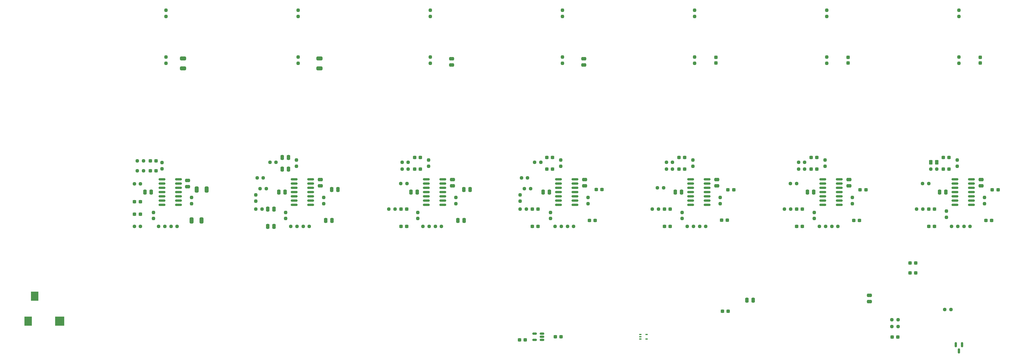
<source format=gtp>
%TF.GenerationSoftware,KiCad,Pcbnew,(6.0.4)*%
%TF.CreationDate,2023-08-04T00:29:49-04:00*%
%TF.ProjectId,Music_Visualizer,4d757369-635f-4566-9973-75616c697a65,rev?*%
%TF.SameCoordinates,Original*%
%TF.FileFunction,Paste,Top*%
%TF.FilePolarity,Positive*%
%FSLAX46Y46*%
G04 Gerber Fmt 4.6, Leading zero omitted, Abs format (unit mm)*
G04 Created by KiCad (PCBNEW (6.0.4)) date 2023-08-04 00:29:49*
%MOMM*%
%LPD*%
G01*
G04 APERTURE LIST*
G04 Aperture macros list*
%AMRoundRect*
0 Rectangle with rounded corners*
0 $1 Rounding radius*
0 $2 $3 $4 $5 $6 $7 $8 $9 X,Y pos of 4 corners*
0 Add a 4 corners polygon primitive as box body*
4,1,4,$2,$3,$4,$5,$6,$7,$8,$9,$2,$3,0*
0 Add four circle primitives for the rounded corners*
1,1,$1+$1,$2,$3*
1,1,$1+$1,$4,$5*
1,1,$1+$1,$6,$7*
1,1,$1+$1,$8,$9*
0 Add four rect primitives between the rounded corners*
20,1,$1+$1,$2,$3,$4,$5,0*
20,1,$1+$1,$4,$5,$6,$7,0*
20,1,$1+$1,$6,$7,$8,$9,0*
20,1,$1+$1,$8,$9,$2,$3,0*%
G04 Aperture macros list end*
%ADD10RoundRect,0.237500X-0.250000X-0.237500X0.250000X-0.237500X0.250000X0.237500X-0.250000X0.237500X0*%
%ADD11RoundRect,0.237500X-0.237500X0.250000X-0.237500X-0.250000X0.237500X-0.250000X0.237500X0.250000X0*%
%ADD12RoundRect,0.237500X0.237500X-0.250000X0.237500X0.250000X-0.237500X0.250000X-0.237500X-0.250000X0*%
%ADD13RoundRect,0.250000X-0.250000X-0.475000X0.250000X-0.475000X0.250000X0.475000X-0.250000X0.475000X0*%
%ADD14RoundRect,0.237500X0.300000X0.237500X-0.300000X0.237500X-0.300000X-0.237500X0.300000X-0.237500X0*%
%ADD15RoundRect,0.237500X-0.300000X-0.237500X0.300000X-0.237500X0.300000X0.237500X-0.300000X0.237500X0*%
%ADD16RoundRect,0.237500X0.250000X0.237500X-0.250000X0.237500X-0.250000X-0.237500X0.250000X-0.237500X0*%
%ADD17RoundRect,0.250000X0.475000X-0.250000X0.475000X0.250000X-0.475000X0.250000X-0.475000X-0.250000X0*%
%ADD18R,2.200000X2.800000*%
%ADD19R,2.800000X2.800000*%
%ADD20RoundRect,0.250000X0.250000X0.475000X-0.250000X0.475000X-0.250000X-0.475000X0.250000X-0.475000X0*%
%ADD21R,0.650000X0.400000*%
%ADD22RoundRect,0.237500X0.237500X-0.300000X0.237500X0.300000X-0.237500X0.300000X-0.237500X-0.300000X0*%
%ADD23RoundRect,0.150000X-0.825000X-0.150000X0.825000X-0.150000X0.825000X0.150000X-0.825000X0.150000X0*%
%ADD24RoundRect,0.250000X-0.475000X0.250000X-0.475000X-0.250000X0.475000X-0.250000X0.475000X0.250000X0*%
%ADD25RoundRect,0.250000X0.325000X0.650000X-0.325000X0.650000X-0.325000X-0.650000X0.325000X-0.650000X0*%
%ADD26RoundRect,0.150000X0.512500X0.150000X-0.512500X0.150000X-0.512500X-0.150000X0.512500X-0.150000X0*%
%ADD27RoundRect,0.250000X0.650000X-0.325000X0.650000X0.325000X-0.650000X0.325000X-0.650000X-0.325000X0*%
%ADD28RoundRect,0.150000X-0.150000X0.587500X-0.150000X-0.587500X0.150000X-0.587500X0.150000X0.587500X0*%
%ADD29RoundRect,0.250000X-0.262500X-0.450000X0.262500X-0.450000X0.262500X0.450000X-0.262500X0.450000X0*%
G04 APERTURE END LIST*
D10*
%TO.C,R13*%
X132183500Y-127254000D03*
X134008500Y-127254000D03*
%TD*%
D11*
%TO.C,R67*%
X143510000Y-87987500D03*
X143510000Y-89812500D03*
%TD*%
D10*
%TO.C,R26*%
X180697500Y-138557000D03*
X182522500Y-138557000D03*
%TD*%
D12*
%TO.C,R76*%
X143510000Y-75842500D03*
X143510000Y-74017500D03*
%TD*%
D10*
%TO.C,R32*%
X210923500Y-127254000D03*
X212748500Y-127254000D03*
%TD*%
D12*
%TO.C,R9*%
X111760000Y-131722500D03*
X111760000Y-129897500D03*
%TD*%
D10*
%TO.C,R18*%
X145010500Y-138557000D03*
X146835500Y-138557000D03*
%TD*%
D13*
%TO.C,C68*%
X255844000Y-128270000D03*
X257744000Y-128270000D03*
%TD*%
D14*
%TO.C,C35*%
X310742500Y-136779000D03*
X309017500Y-136779000D03*
%TD*%
D15*
%TO.C,C53*%
X325781500Y-152400000D03*
X327506500Y-152400000D03*
%TD*%
%TO.C,C14*%
X178207500Y-121412000D03*
X179932500Y-121412000D03*
%TD*%
D11*
%TO.C,R30*%
X221742000Y-118721500D03*
X221742000Y-120546500D03*
%TD*%
D16*
%TO.C,R51*%
X291996500Y-125730000D03*
X290171500Y-125730000D03*
%TD*%
D12*
%TO.C,R77*%
X182880000Y-75842500D03*
X182880000Y-74017500D03*
%TD*%
D10*
%TO.C,R31*%
X210034500Y-124079000D03*
X211859500Y-124079000D03*
%TD*%
D17*
%TO.C,C61*%
X110617000Y-126680000D03*
X110617000Y-124780000D03*
%TD*%
%TO.C,C63*%
X150114000Y-126426000D03*
X150114000Y-124526000D03*
%TD*%
D10*
%TO.C,R20*%
X174474500Y-119380000D03*
X176299500Y-119380000D03*
%TD*%
D15*
%TO.C,C22*%
X213259500Y-133350000D03*
X214984500Y-133350000D03*
%TD*%
%TO.C,C20*%
X217577500Y-121412000D03*
X219302500Y-121412000D03*
%TD*%
D18*
%TO.C,J1*%
X65075000Y-159368000D03*
X63075000Y-166768000D03*
D19*
X72475000Y-166768000D03*
%TD*%
D20*
%TO.C,C18*%
X194752000Y-127508000D03*
X192852000Y-127508000D03*
%TD*%
D10*
%TO.C,R5*%
X94718500Y-138557000D03*
X96543500Y-138557000D03*
%TD*%
D13*
%TO.C,C9*%
X134432000Y-138557000D03*
X136332000Y-138557000D03*
%TD*%
D14*
%TO.C,C29*%
X271372500Y-136652000D03*
X269647500Y-136652000D03*
%TD*%
D16*
%TO.C,R34*%
X211478500Y-133350000D03*
X209653500Y-133350000D03*
%TD*%
D10*
%TO.C,R29*%
X213971500Y-119380000D03*
X215796500Y-119380000D03*
%TD*%
D16*
%TO.C,R52*%
X290218500Y-133350000D03*
X288393500Y-133350000D03*
%TD*%
D21*
%TO.C,U18*%
X245430000Y-170800000D03*
X245430000Y-171450000D03*
X245430000Y-172100000D03*
X247330000Y-172100000D03*
X247330000Y-170800000D03*
%TD*%
D11*
%TO.C,R70*%
X261620000Y-87987500D03*
X261620000Y-89812500D03*
%TD*%
D15*
%TO.C,C40*%
X331369500Y-133350000D03*
X333094500Y-133350000D03*
%TD*%
D10*
%TO.C,R17*%
X141327500Y-138557000D03*
X143152500Y-138557000D03*
%TD*%
D13*
%TO.C,C7*%
X138750000Y-117983000D03*
X140650000Y-117983000D03*
%TD*%
D16*
%TO.C,R60*%
X331366500Y-125730000D03*
X329541500Y-125730000D03*
%TD*%
D14*
%TO.C,C24*%
X234034500Y-127508000D03*
X232309500Y-127508000D03*
%TD*%
D17*
%TO.C,C46*%
X228600000Y-90358000D03*
X228600000Y-88458000D03*
%TD*%
D12*
%TO.C,R38*%
X229870000Y-131722500D03*
X229870000Y-129897500D03*
%TD*%
%TO.C,R16*%
X139827000Y-136167500D03*
X139827000Y-134342500D03*
%TD*%
D16*
%TO.C,R15*%
X132738500Y-133350000D03*
X130913500Y-133350000D03*
%TD*%
D15*
%TO.C,C27*%
X252629500Y-138557000D03*
X254354500Y-138557000D03*
%TD*%
%TO.C,C15*%
X174143500Y-138557000D03*
X175868500Y-138557000D03*
%TD*%
D20*
%TO.C,C11*%
X153604000Y-136779000D03*
X151704000Y-136779000D03*
%TD*%
D14*
%TO.C,C50*%
X271626500Y-163830000D03*
X269901500Y-163830000D03*
%TD*%
D10*
%TO.C,R64*%
X341860500Y-138557000D03*
X343685500Y-138557000D03*
%TD*%
D22*
%TO.C,C48*%
X307340000Y-89762500D03*
X307340000Y-88037500D03*
%TD*%
D23*
%TO.C,U2*%
X142305000Y-124460000D03*
X142305000Y-125730000D03*
X142305000Y-127000000D03*
X142305000Y-128270000D03*
X142305000Y-129540000D03*
X142305000Y-130810000D03*
X142305000Y-132080000D03*
X147255000Y-132080000D03*
X147255000Y-130810000D03*
X147255000Y-129540000D03*
X147255000Y-128270000D03*
X147255000Y-127000000D03*
X147255000Y-125730000D03*
X147255000Y-124460000D03*
%TD*%
D16*
%TO.C,R74*%
X322222500Y-168402000D03*
X320397500Y-168402000D03*
%TD*%
D17*
%TO.C,C45*%
X189230000Y-90358000D03*
X189230000Y-88458000D03*
%TD*%
D12*
%TO.C,R19*%
X151130000Y-131722500D03*
X151130000Y-129897500D03*
%TD*%
D17*
%TO.C,C71*%
X307594000Y-126426000D03*
X307594000Y-124526000D03*
%TD*%
D15*
%TO.C,C38*%
X335687500Y-121412000D03*
X337412500Y-121412000D03*
%TD*%
D16*
%TO.C,R61*%
X329588500Y-133350000D03*
X327763500Y-133350000D03*
%TD*%
D11*
%TO.C,R14*%
X130937000Y-129135500D03*
X130937000Y-130960500D03*
%TD*%
D16*
%TO.C,R49*%
X294409500Y-121412000D03*
X292584500Y-121412000D03*
%TD*%
D11*
%TO.C,R33*%
X209677000Y-129135500D03*
X209677000Y-130960500D03*
%TD*%
D13*
%TO.C,C64*%
X177104000Y-128270000D03*
X179004000Y-128270000D03*
%TD*%
D16*
%TO.C,R58*%
X333779500Y-121412000D03*
X331954500Y-121412000D03*
%TD*%
D15*
%TO.C,C37*%
X335687500Y-117983000D03*
X337412500Y-117983000D03*
%TD*%
D11*
%TO.C,R59*%
X339852000Y-118721500D03*
X339852000Y-120546500D03*
%TD*%
D14*
%TO.C,C23*%
X232002500Y-136779000D03*
X230277500Y-136779000D03*
%TD*%
D22*
%TO.C,C49*%
X346710000Y-89762500D03*
X346710000Y-88037500D03*
%TD*%
D10*
%TO.C,R54*%
X298807500Y-138557000D03*
X300632500Y-138557000D03*
%TD*%
D12*
%TO.C,R25*%
X179197000Y-136167500D03*
X179197000Y-134342500D03*
%TD*%
D24*
%TO.C,C54*%
X313690000Y-159070000D03*
X313690000Y-160970000D03*
%TD*%
D11*
%TO.C,R41*%
X261112000Y-118721500D03*
X261112000Y-120546500D03*
%TD*%
D15*
%TO.C,C33*%
X291999500Y-138557000D03*
X293724500Y-138557000D03*
%TD*%
D10*
%TO.C,R1*%
X95607500Y-118999000D03*
X97432500Y-118999000D03*
%TD*%
D15*
%TO.C,C52*%
X325781500Y-149479000D03*
X327506500Y-149479000D03*
%TD*%
D12*
%TO.C,R56*%
X308610000Y-131722500D03*
X308610000Y-129897500D03*
%TD*%
D13*
%TO.C,C51*%
X277180000Y-160528000D03*
X279080000Y-160528000D03*
%TD*%
D15*
%TO.C,C13*%
X178207500Y-117983000D03*
X179932500Y-117983000D03*
%TD*%
D14*
%TO.C,C36*%
X312647500Y-127635000D03*
X310922500Y-127635000D03*
%TD*%
D25*
%TO.C,C6*%
X116283000Y-127508000D03*
X113333000Y-127508000D03*
%TD*%
D12*
%TO.C,R28*%
X190500000Y-131722500D03*
X190500000Y-129897500D03*
%TD*%
D14*
%TO.C,C42*%
X352017500Y-127635000D03*
X350292500Y-127635000D03*
%TD*%
D15*
%TO.C,C3*%
X94768500Y-134874000D03*
X96493500Y-134874000D03*
%TD*%
D10*
%TO.C,R12*%
X131294500Y-124079000D03*
X133119500Y-124079000D03*
%TD*%
D11*
%TO.C,R66*%
X104140000Y-87987500D03*
X104140000Y-89812500D03*
%TD*%
D20*
%TO.C,C12*%
X155382000Y-127508000D03*
X153482000Y-127508000D03*
%TD*%
D15*
%TO.C,C32*%
X296317500Y-121412000D03*
X298042500Y-121412000D03*
%TD*%
D11*
%TO.C,R68*%
X182880000Y-87987500D03*
X182880000Y-89812500D03*
%TD*%
D13*
%TO.C,C62*%
X137734000Y-128270000D03*
X139634000Y-128270000D03*
%TD*%
D14*
%TO.C,C58*%
X211174500Y-172415200D03*
X209449500Y-172415200D03*
%TD*%
D15*
%TO.C,C19*%
X217577500Y-117983000D03*
X219302500Y-117983000D03*
%TD*%
D22*
%TO.C,C47*%
X267970000Y-89762500D03*
X267970000Y-88037500D03*
%TD*%
D13*
%TO.C,C8*%
X138750000Y-121412000D03*
X140650000Y-121412000D03*
%TD*%
D14*
%TO.C,C41*%
X350112500Y-136779000D03*
X348387500Y-136779000D03*
%TD*%
D12*
%TO.C,R47*%
X269240000Y-131722500D03*
X269240000Y-129897500D03*
%TD*%
D20*
%TO.C,C17*%
X192974000Y-136779000D03*
X191074000Y-136779000D03*
%TD*%
D10*
%TO.C,R48*%
X292584500Y-119380000D03*
X294409500Y-119380000D03*
%TD*%
D15*
%TO.C,C2*%
X99467500Y-121920000D03*
X101192500Y-121920000D03*
%TD*%
%TO.C,C16*%
X174143500Y-133350000D03*
X175868500Y-133350000D03*
%TD*%
D12*
%TO.C,R65*%
X347980000Y-131722500D03*
X347980000Y-129897500D03*
%TD*%
D15*
%TO.C,C25*%
X256947500Y-117983000D03*
X258672500Y-117983000D03*
%TD*%
D10*
%TO.C,R27*%
X184380500Y-138557000D03*
X186205500Y-138557000D03*
%TD*%
D17*
%TO.C,C73*%
X346964000Y-126426000D03*
X346964000Y-124526000D03*
%TD*%
D15*
%TO.C,C26*%
X256947500Y-121412000D03*
X258672500Y-121412000D03*
%TD*%
%TO.C,C39*%
X331369500Y-138557000D03*
X333094500Y-138557000D03*
%TD*%
D12*
%TO.C,R80*%
X300990000Y-75842500D03*
X300990000Y-74017500D03*
%TD*%
D16*
%TO.C,R2*%
X97432500Y-121920000D03*
X95607500Y-121920000D03*
%TD*%
D15*
%TO.C,C28*%
X252629500Y-133350000D03*
X254354500Y-133350000D03*
%TD*%
D23*
%TO.C,U6*%
X299785000Y-124460000D03*
X299785000Y-125730000D03*
X299785000Y-127000000D03*
X299785000Y-128270000D03*
X299785000Y-129540000D03*
X299785000Y-130810000D03*
X299785000Y-132080000D03*
X304735000Y-132080000D03*
X304735000Y-130810000D03*
X304735000Y-129540000D03*
X304735000Y-128270000D03*
X304735000Y-127000000D03*
X304735000Y-125730000D03*
X304735000Y-124460000D03*
%TD*%
D13*
%TO.C,C66*%
X216474000Y-128270000D03*
X218374000Y-128270000D03*
%TD*%
D10*
%TO.C,R45*%
X259437500Y-138557000D03*
X261262500Y-138557000D03*
%TD*%
D16*
%TO.C,R23*%
X175918500Y-125730000D03*
X174093500Y-125730000D03*
%TD*%
D12*
%TO.C,R78*%
X222250000Y-75842500D03*
X222250000Y-74017500D03*
%TD*%
%TO.C,R53*%
X297307000Y-136167500D03*
X297307000Y-134342500D03*
%TD*%
D10*
%TO.C,R73*%
X320397500Y-166370000D03*
X322222500Y-166370000D03*
%TD*%
D12*
%TO.C,R75*%
X104140000Y-75842500D03*
X104140000Y-74017500D03*
%TD*%
D16*
%TO.C,R4*%
X96543500Y-125857000D03*
X94718500Y-125857000D03*
%TD*%
D25*
%TO.C,C5*%
X114759000Y-136779000D03*
X111809000Y-136779000D03*
%TD*%
D10*
%TO.C,R82*%
X337970500Y-163322000D03*
X336145500Y-163322000D03*
%TD*%
D23*
%TO.C,U3*%
X181675000Y-124460000D03*
X181675000Y-125730000D03*
X181675000Y-127000000D03*
X181675000Y-128270000D03*
X181675000Y-129540000D03*
X181675000Y-130810000D03*
X181675000Y-132080000D03*
X186625000Y-132080000D03*
X186625000Y-130810000D03*
X186625000Y-129540000D03*
X186625000Y-128270000D03*
X186625000Y-127000000D03*
X186625000Y-125730000D03*
X186625000Y-124460000D03*
%TD*%
D16*
%TO.C,R43*%
X250848500Y-133350000D03*
X249023500Y-133350000D03*
%TD*%
D10*
%TO.C,R46*%
X263120500Y-138557000D03*
X264945500Y-138557000D03*
%TD*%
D16*
%TO.C,R40*%
X255039500Y-121412000D03*
X253214500Y-121412000D03*
%TD*%
D13*
%TO.C,C70*%
X295214000Y-128270000D03*
X297114000Y-128270000D03*
%TD*%
D26*
%TO.C,U17*%
X216210000Y-172400000D03*
X216210000Y-171450000D03*
X216210000Y-170500000D03*
X213935000Y-170500000D03*
X213935000Y-172400000D03*
%TD*%
D12*
%TO.C,R81*%
X340360000Y-75842500D03*
X340360000Y-74017500D03*
%TD*%
%TO.C,R79*%
X261620000Y-75842500D03*
X261620000Y-74017500D03*
%TD*%
%TO.C,R62*%
X336677000Y-135786500D03*
X336677000Y-133961500D03*
%TD*%
D16*
%TO.C,R24*%
X172362500Y-133350000D03*
X170537500Y-133350000D03*
%TD*%
D12*
%TO.C,R35*%
X218694000Y-136167500D03*
X218694000Y-134342500D03*
%TD*%
D10*
%TO.C,R39*%
X253214500Y-119380000D03*
X255039500Y-119380000D03*
%TD*%
D15*
%TO.C,C21*%
X213259500Y-138557000D03*
X214984500Y-138557000D03*
%TD*%
D10*
%TO.C,R63*%
X338177500Y-138557000D03*
X340002500Y-138557000D03*
%TD*%
%TO.C,R55*%
X302490500Y-138557000D03*
X304315500Y-138557000D03*
%TD*%
D17*
%TO.C,C65*%
X189484000Y-126426000D03*
X189484000Y-124526000D03*
%TD*%
D15*
%TO.C,C34*%
X291999500Y-133350000D03*
X293724500Y-133350000D03*
%TD*%
%TO.C,C4*%
X94768500Y-131191000D03*
X96493500Y-131191000D03*
%TD*%
D14*
%TO.C,C57*%
X221842500Y-171450000D03*
X220117500Y-171450000D03*
%TD*%
D15*
%TO.C,C1*%
X99467500Y-118999000D03*
X101192500Y-118999000D03*
%TD*%
D23*
%TO.C,U7*%
X339155000Y-124460000D03*
X339155000Y-125730000D03*
X339155000Y-127000000D03*
X339155000Y-128270000D03*
X339155000Y-129540000D03*
X339155000Y-130810000D03*
X339155000Y-132080000D03*
X344105000Y-132080000D03*
X344105000Y-130810000D03*
X344105000Y-129540000D03*
X344105000Y-128270000D03*
X344105000Y-127000000D03*
X344105000Y-125730000D03*
X344105000Y-124460000D03*
%TD*%
D14*
%TO.C,C30*%
X273277500Y-127635000D03*
X271552500Y-127635000D03*
%TD*%
D12*
%TO.C,R44*%
X257937000Y-136167500D03*
X257937000Y-134342500D03*
%TD*%
D10*
%TO.C,R8*%
X105640500Y-138557000D03*
X107465500Y-138557000D03*
%TD*%
D12*
%TO.C,R6*%
X100457000Y-136167500D03*
X100457000Y-134342500D03*
%TD*%
D13*
%TO.C,C72*%
X334584000Y-128270000D03*
X336484000Y-128270000D03*
%TD*%
D11*
%TO.C,R72*%
X340360000Y-87987500D03*
X340360000Y-89812500D03*
%TD*%
D17*
%TO.C,C67*%
X228854000Y-126426000D03*
X228854000Y-124526000D03*
%TD*%
D15*
%TO.C,C31*%
X296317500Y-117983000D03*
X298042500Y-117983000D03*
%TD*%
D27*
%TO.C,C44*%
X149860000Y-91391000D03*
X149860000Y-88441000D03*
%TD*%
D16*
%TO.C,R42*%
X252372500Y-127000000D03*
X250547500Y-127000000D03*
%TD*%
D23*
%TO.C,U5*%
X260415000Y-124460000D03*
X260415000Y-125730000D03*
X260415000Y-127000000D03*
X260415000Y-128270000D03*
X260415000Y-129540000D03*
X260415000Y-130810000D03*
X260415000Y-132080000D03*
X265365000Y-132080000D03*
X265365000Y-130810000D03*
X265365000Y-129540000D03*
X265365000Y-128270000D03*
X265365000Y-127000000D03*
X265365000Y-125730000D03*
X265365000Y-124460000D03*
%TD*%
D11*
%TO.C,R3*%
X102997000Y-119483500D03*
X102997000Y-121308500D03*
%TD*%
D27*
%TO.C,C43*%
X109220000Y-91391000D03*
X109220000Y-88441000D03*
%TD*%
D10*
%TO.C,R7*%
X101957500Y-138557000D03*
X103782500Y-138557000D03*
%TD*%
D13*
%TO.C,C10*%
X134432000Y-133350000D03*
X136332000Y-133350000D03*
%TD*%
D28*
%TO.C,Q1*%
X341310000Y-173814500D03*
X339410000Y-173814500D03*
X340360000Y-175689500D03*
%TD*%
D17*
%TO.C,C69*%
X268224000Y-126426000D03*
X268224000Y-124526000D03*
%TD*%
D11*
%TO.C,R71*%
X300990000Y-87987500D03*
X300990000Y-89812500D03*
%TD*%
D29*
%TO.C,R57*%
X331954500Y-119380000D03*
X333779500Y-119380000D03*
%TD*%
D11*
%TO.C,R11*%
X143002000Y-118721500D03*
X143002000Y-120546500D03*
%TD*%
D23*
%TO.C,U4*%
X221045000Y-124460000D03*
X221045000Y-125730000D03*
X221045000Y-127000000D03*
X221045000Y-128270000D03*
X221045000Y-129540000D03*
X221045000Y-130810000D03*
X221045000Y-132080000D03*
X225995000Y-132080000D03*
X225995000Y-130810000D03*
X225995000Y-129540000D03*
X225995000Y-128270000D03*
X225995000Y-127000000D03*
X225995000Y-125730000D03*
X225995000Y-124460000D03*
%TD*%
D10*
%TO.C,R36*%
X220067500Y-138557000D03*
X221892500Y-138557000D03*
%TD*%
D11*
%TO.C,R69*%
X222250000Y-87987500D03*
X222250000Y-89812500D03*
%TD*%
D10*
%TO.C,R37*%
X223750500Y-138557000D03*
X225575500Y-138557000D03*
%TD*%
D14*
%TO.C,C56*%
X322172500Y-171577000D03*
X320447500Y-171577000D03*
%TD*%
D23*
%TO.C,U1*%
X102935000Y-124460000D03*
X102935000Y-125730000D03*
X102935000Y-127000000D03*
X102935000Y-128270000D03*
X102935000Y-129540000D03*
X102935000Y-130810000D03*
X102935000Y-132080000D03*
X107885000Y-132080000D03*
X107885000Y-130810000D03*
X107885000Y-129540000D03*
X107885000Y-128270000D03*
X107885000Y-127000000D03*
X107885000Y-125730000D03*
X107885000Y-124460000D03*
%TD*%
D13*
%TO.C,C60*%
X97856000Y-128270000D03*
X99756000Y-128270000D03*
%TD*%
D16*
%TO.C,R21*%
X176299500Y-121412000D03*
X174474500Y-121412000D03*
%TD*%
D11*
%TO.C,R50*%
X300482000Y-118721500D03*
X300482000Y-120546500D03*
%TD*%
D10*
%TO.C,R10*%
X135104500Y-119380000D03*
X136929500Y-119380000D03*
%TD*%
D11*
%TO.C,R22*%
X182372000Y-118721500D03*
X182372000Y-120546500D03*
%TD*%
M02*

</source>
